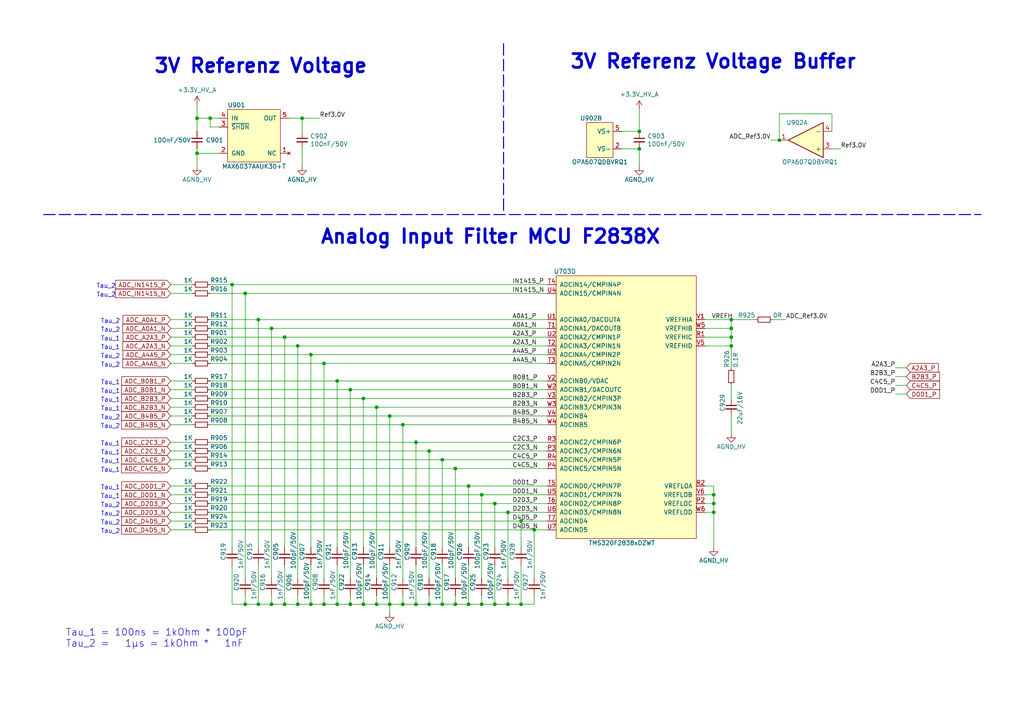
<source format=kicad_sch>
(kicad_sch (version 20211123) (generator eeschema)
  (paper "A4")
  (title_block (title "LCB-CCB-01: Control Board - Analog Filter") (date "2022-03-17") (rev "0.1") (company "PADERBORN UNIVERSITY DEPARTMENT OF POWER ELECTRONICS AND ELECTRICAL DRIVES"))
  (junction (at 147.32 175.26))
  (junction (at 82.55 97.79))
  (junction (at 212.09 100.33))
  (junction (at 128.27 175.26))
  (junction (at 105.41 175.26))
  (junction (at 135.89 140.97))
  (junction (at 147.32 148.59))
  (junction (at 57.15 34.29))
  (junction (at 101.6 175.26))
  (junction (at 78.74 175.26))
  (junction (at 113.03 120.65))
  (junction (at 97.79 175.26))
  (junction (at 105.41 115.57))
  (junction (at 207.01 146.05))
  (junction (at 90.17 175.26))
  (junction (at 71.12 175.26))
  (junction (at 207.01 143.51))
  (junction (at 120.65 175.26))
  (junction (at 116.84 175.26))
  (junction (at 101.6 113.03))
  (junction (at 97.79 110.49))
  (junction (at 90.17 102.87))
  (junction (at 139.7 175.26))
  (junction (at 212.09 97.79))
  (junction (at 82.55 175.26))
  (junction (at 71.12 85.09))
  (junction (at 132.08 175.26))
  (junction (at 226.06 40.64))
  (junction (at 185.42 43.18))
  (junction (at 87.63 34.29))
  (junction (at 124.46 175.26))
  (junction (at 93.98 105.41))
  (junction (at 124.46 130.81))
  (junction (at 86.36 100.33))
  (junction (at 212.09 95.25))
  (junction (at 135.89 175.26))
  (junction (at 128.27 133.35))
  (junction (at 109.22 175.26))
  (junction (at 113.03 175.26))
  (junction (at 143.51 175.26))
  (junction (at 93.98 175.26))
  (junction (at 74.93 92.71))
  (junction (at 143.51 146.05))
  (junction (at 74.93 175.26))
  (junction (at 60.96 34.29))
  (junction (at 132.08 135.89))
  (junction (at 151.13 175.26))
  (junction (at 78.74 95.25))
  (junction (at 67.31 82.55))
  (junction (at 151.13 151.13))
  (junction (at 57.15 44.45))
  (junction (at 185.42 38.1))
  (junction (at 207.01 148.59))
  (junction (at 109.22 118.11))
  (junction (at 212.09 92.71))
  (junction (at 116.84 123.19))
  (junction (at 86.36 175.26))
  (junction (at 154.94 153.67))
  (junction (at 139.7 143.51))
  (junction (at 120.65 128.27))
  (wire (pts (xy 87.63 34.29) (xy 87.63 38.1)))
  (wire (pts (xy 55.88 85.09) (xy 49.53 85.09)))
  (wire (pts (xy 132.08 172.72) (xy 132.08 175.26)))
  (wire (pts (xy 60.96 140.97) (xy 135.89 140.97)))
  (wire (pts (xy 55.88 102.87) (xy 49.53 102.87)))
  (wire (pts (xy 158.75 151.13) (xy 151.13 151.13)))
  (wire (pts (xy 55.88 105.41) (xy 49.53 105.41)))
  (wire (pts (xy 82.55 175.26) (xy 86.36 175.26)))
  (wire (pts (xy 60.96 82.55) (xy 67.31 82.55)))
  (wire (pts (xy 67.31 163.83) (xy 67.31 175.26)))
  (wire (pts (xy 71.12 167.64) (xy 71.12 85.09)))
  (polyline (pts (xy 12.7 62.23) (xy 284.48 62.23)) (stroke (width 0.3)))
  (wire (pts (xy 120.65 158.75) (xy 120.65 128.27)))
  (wire (pts (xy 212.09 95.25) (xy 212.09 92.71)))
  (wire (pts (xy 55.88 100.33) (xy 49.53 100.33)))
  (wire (pts (xy 57.15 34.29) (xy 57.15 38.1)))
  (wire (pts (xy 158.75 110.49) (xy 97.79 110.49)))
  (wire (pts (xy 105.41 158.75) (xy 105.41 115.57)))
  (wire (pts (xy 57.15 34.29) (xy 57.15 30.48)))
  (wire (pts (xy 109.22 172.72) (xy 109.22 175.26)))
  (wire (pts (xy 158.75 135.89) (xy 132.08 135.89)))
  (wire (pts (xy 139.7 175.26) (xy 143.51 175.26)))
  (wire (pts (xy 151.13 163.83) (xy 151.13 175.26)))
  (wire (pts (xy 147.32 167.64) (xy 147.32 148.59)))
  (wire (pts (xy 128.27 133.35) (xy 158.75 133.35)))
  (wire (pts (xy 101.6 167.64) (xy 101.6 113.03)))
  (wire (pts (xy 87.63 34.29) (xy 92.71 34.29)))
  (wire (pts (xy 55.88 110.49) (xy 49.53 110.49)))
  (wire (pts (xy 158.75 82.55) (xy 67.31 82.55)))
  (wire (pts (xy 204.47 97.79) (xy 212.09 97.79)))
  (wire (pts (xy 158.75 143.51) (xy 139.7 143.51)))
  (wire (pts (xy 158.75 153.67) (xy 154.94 153.67)))
  (wire (pts (xy 90.17 158.75) (xy 90.17 102.87)))
  (wire (pts (xy 158.75 128.27) (xy 120.65 128.27)))
  (wire (pts (xy 71.12 175.26) (xy 74.93 175.26)))
  (wire (pts (xy 180.34 38.1) (xy 185.42 38.1)))
  (wire (pts (xy 116.84 172.72) (xy 116.84 175.26)))
  (wire (pts (xy 60.96 128.27) (xy 120.65 128.27)))
  (wire (pts (xy 147.32 175.26) (xy 151.13 175.26)))
  (wire (pts (xy 158.75 123.19) (xy 116.84 123.19)))
  (wire (pts (xy 97.79 158.75) (xy 97.79 110.49)))
  (wire (pts (xy 158.75 102.87) (xy 90.17 102.87)))
  (wire (pts (xy 135.89 158.75) (xy 135.89 140.97)))
  (wire (pts (xy 116.84 167.64) (xy 116.84 123.19)))
  (wire (pts (xy 212.09 100.33) (xy 212.09 106.68)))
  (wire (pts (xy 158.75 146.05) (xy 143.51 146.05)))
  (wire (pts (xy 139.7 167.64) (xy 139.7 143.51)))
  (wire (pts (xy 185.42 31.75) (xy 185.42 38.1)))
  (wire (pts (xy 86.36 172.72) (xy 86.36 175.26)))
  (wire (pts (xy 212.09 100.33) (xy 212.09 97.79)))
  (wire (pts (xy 67.31 175.26) (xy 71.12 175.26)))
  (wire (pts (xy 60.96 34.29) (xy 57.15 34.29)))
  (wire (pts (xy 78.74 172.72) (xy 78.74 175.26)))
  (wire (pts (xy 207.01 143.51) (xy 207.01 146.05)))
  (wire (pts (xy 60.96 97.79) (xy 82.55 97.79)))
  (wire (pts (xy 60.96 100.33) (xy 86.36 100.33)))
  (wire (pts (xy 60.96 105.41) (xy 93.98 105.41)))
  (wire (pts (xy 78.74 175.26) (xy 82.55 175.26)))
  (wire (pts (xy 124.46 130.81) (xy 158.75 130.81)))
  (wire (pts (xy 86.36 175.26) (xy 90.17 175.26)))
  (wire (pts (xy 124.46 172.72) (xy 124.46 175.26)))
  (wire (pts (xy 204.47 100.33) (xy 212.09 100.33)))
  (wire (pts (xy 87.63 43.18) (xy 87.63 48.26)))
  (wire (pts (xy 158.75 115.57) (xy 105.41 115.57)))
  (wire (pts (xy 158.75 113.03) (xy 101.6 113.03)))
  (wire (pts (xy 60.96 92.71) (xy 74.93 92.71)))
  (wire (pts (xy 158.75 148.59) (xy 147.32 148.59)))
  (wire (pts (xy 55.88 146.05) (xy 49.53 146.05)))
  (wire (pts (xy 113.03 175.26) (xy 116.84 175.26)))
  (wire (pts (xy 147.32 172.72) (xy 147.32 175.26)))
  (wire (pts (xy 93.98 167.64) (xy 93.98 105.41)))
  (wire (pts (xy 259.715 111.76) (xy 262.89 111.76)))
  (wire (pts (xy 109.22 167.64) (xy 109.22 118.11)))
  (wire (pts (xy 204.47 140.97) (xy 207.01 140.97)))
  (wire (pts (xy 55.88 143.51) (xy 49.53 143.51)))
  (wire (pts (xy 158.75 120.65) (xy 113.03 120.65)))
  (wire (pts (xy 105.41 163.83) (xy 105.41 175.26)))
  (wire (pts (xy 135.89 163.83) (xy 135.89 175.26)))
  (wire (pts (xy 154.94 175.26) (xy 154.94 172.72)))
  (wire (pts (xy 212.09 92.71) (xy 204.47 92.71)))
  (wire (pts (xy 158.75 100.33) (xy 86.36 100.33)))
  (wire (pts (xy 60.96 153.67) (xy 154.94 153.67)))
  (wire (pts (xy 109.22 175.26) (xy 113.03 175.26)))
  (wire (pts (xy 60.96 113.03) (xy 101.6 113.03)))
  (wire (pts (xy 57.15 44.45) (xy 57.15 48.26)))
  (wire (pts (xy 259.715 106.68) (xy 262.89 106.68)))
  (wire (pts (xy 124.46 167.64) (xy 124.46 130.81)))
  (wire (pts (xy 128.27 175.26) (xy 132.08 175.26)))
  (wire (pts (xy 124.46 175.26) (xy 128.27 175.26)))
  (wire (pts (xy 60.96 95.25) (xy 78.74 95.25)))
  (wire (pts (xy 60.96 133.35) (xy 128.27 133.35)))
  (wire (pts (xy 60.96 146.05) (xy 143.51 146.05)))
  (wire (pts (xy 212.09 111.76) (xy 212.09 115.57)))
  (wire (pts (xy 60.96 102.87) (xy 90.17 102.87)))
  (wire (pts (xy 151.13 175.26) (xy 154.94 175.26)))
  (polyline (pts (xy 146.05 12.7) (xy 146.05 62.23)) (stroke (width 0.3)))
  (wire (pts (xy 113.03 175.26) (xy 113.03 177.8)))
  (wire (pts (xy 55.88 113.03) (xy 49.53 113.03)))
  (wire (pts (xy 143.51 158.75) (xy 143.51 146.05)))
  (wire (pts (xy 101.6 172.72) (xy 101.6 175.26)))
  (wire (pts (xy 55.88 130.81) (xy 49.53 130.81)))
  (wire (pts (xy 93.98 172.72) (xy 93.98 175.26)))
  (wire (pts (xy 83.82 34.29) (xy 87.63 34.29)))
  (wire (pts (xy 158.75 97.79) (xy 82.55 97.79)))
  (wire (pts (xy 120.65 175.26) (xy 124.46 175.26)))
  (wire (pts (xy 93.98 175.26) (xy 97.79 175.26)))
  (wire (pts (xy 97.79 163.83) (xy 97.79 175.26)))
  (wire (pts (xy 74.93 175.26) (xy 78.74 175.26)))
  (wire (pts (xy 154.94 167.64) (xy 154.94 153.67)))
  (wire (pts (xy 132.08 167.64) (xy 132.08 135.89)))
  (wire (pts (xy 60.96 120.65) (xy 113.03 120.65)))
  (wire (pts (xy 101.6 175.26) (xy 105.41 175.26)))
  (wire (pts (xy 204.47 146.05) (xy 207.01 146.05)))
  (wire (pts (xy 82.55 163.83) (xy 82.55 175.26)))
  (wire (pts (xy 57.15 43.18) (xy 57.15 44.45)))
  (wire (pts (xy 241.3 43.18) (xy 243.84 43.18)))
  (wire (pts (xy 207.01 146.05) (xy 207.01 148.59)))
  (wire (pts (xy 139.7 172.72) (xy 139.7 175.26)))
  (wire (pts (xy 90.17 175.26) (xy 93.98 175.26)))
  (wire (pts (xy 55.88 153.67) (xy 49.53 153.67)))
  (wire (pts (xy 158.75 92.71) (xy 74.93 92.71)))
  (wire (pts (xy 158.75 105.41) (xy 93.98 105.41)))
  (wire (pts (xy 212.09 120.65) (xy 212.09 125.73)))
  (wire (pts (xy 226.06 33.02) (xy 241.3 33.02)))
  (wire (pts (xy 82.55 158.75) (xy 82.55 97.79)))
  (wire (pts (xy 55.88 151.13) (xy 49.53 151.13)))
  (wire (pts (xy 60.96 110.49) (xy 97.79 110.49)))
  (wire (pts (xy 60.96 115.57) (xy 105.41 115.57)))
  (wire (pts (xy 143.51 175.26) (xy 147.32 175.26)))
  (wire (pts (xy 185.42 43.18) (xy 185.42 48.26)))
  (wire (pts (xy 55.88 120.65) (xy 49.53 120.65)))
  (wire (pts (xy 223.52 40.64) (xy 226.06 40.64)))
  (wire (pts (xy 60.96 143.51) (xy 139.7 143.51)))
  (wire (pts (xy 67.31 158.75) (xy 67.31 82.55)))
  (wire (pts (xy 60.96 118.11) (xy 109.22 118.11)))
  (wire (pts (xy 226.06 40.64) (xy 226.06 33.02)))
  (wire (pts (xy 158.75 118.11) (xy 109.22 118.11)))
  (wire (pts (xy 55.88 97.79) (xy 49.53 97.79)))
  (wire (pts (xy 63.5 36.83) (xy 60.96 36.83)))
  (wire (pts (xy 151.13 158.75) (xy 151.13 151.13)))
  (wire (pts (xy 55.88 133.35) (xy 49.53 133.35)))
  (wire (pts (xy 60.96 151.13) (xy 151.13 151.13)))
  (wire (pts (xy 259.715 109.22) (xy 262.89 109.22)))
  (wire (pts (xy 78.74 167.64) (xy 78.74 95.25)))
  (wire (pts (xy 212.09 92.71) (xy 219.075 92.71)))
  (wire (pts (xy 60.96 85.09) (xy 71.12 85.09)))
  (wire (pts (xy 55.88 92.71) (xy 49.53 92.71)))
  (wire (pts (xy 55.88 148.59) (xy 49.53 148.59)))
  (wire (pts (xy 259.715 114.3) (xy 262.89 114.3)))
  (wire (pts (xy 74.93 163.83) (xy 74.93 175.26)))
  (wire (pts (xy 207.01 140.97) (xy 207.01 143.51)))
  (wire (pts (xy 55.88 118.11) (xy 49.53 118.11)))
  (wire (pts (xy 90.17 163.83) (xy 90.17 175.26)))
  (wire (pts (xy 204.47 95.25) (xy 212.09 95.25)))
  (wire (pts (xy 55.88 82.55) (xy 49.53 82.55)))
  (wire (pts (xy 55.88 123.19) (xy 49.53 123.19)))
  (wire (pts (xy 63.5 34.29) (xy 60.96 34.29)))
  (wire (pts (xy 55.88 95.25) (xy 49.53 95.25)))
  (wire (pts (xy 97.79 175.26) (xy 101.6 175.26)))
  (wire (pts (xy 207.01 148.59) (xy 207.01 158.75)))
  (wire (pts (xy 120.65 163.83) (xy 120.65 175.26)))
  (wire (pts (xy 57.15 44.45) (xy 63.5 44.45)))
  (wire (pts (xy 74.93 158.75) (xy 74.93 92.71)))
  (wire (pts (xy 60.96 36.83) (xy 60.96 34.29)))
  (wire (pts (xy 158.75 85.09) (xy 71.12 85.09)))
  (wire (pts (xy 116.84 175.26) (xy 120.65 175.26)))
  (wire (pts (xy 113.03 158.75) (xy 113.03 120.65)))
  (wire (pts (xy 60.96 135.89) (xy 132.08 135.89)))
  (wire (pts (xy 128.27 163.83) (xy 128.27 175.26)))
  (wire (pts (xy 143.51 163.83) (xy 143.51 175.26)))
  (wire (pts (xy 113.03 163.83) (xy 113.03 175.26)))
  (wire (pts (xy 224.155 92.71) (xy 227.965 92.71)))
  (wire (pts (xy 71.12 172.72) (xy 71.12 175.26)))
  (wire (pts (xy 212.09 97.79) (xy 212.09 95.25)))
  (wire (pts (xy 158.75 95.25) (xy 78.74 95.25)))
  (wire (pts (xy 60.96 123.19) (xy 116.84 123.19)))
  (wire (pts (xy 204.47 143.51) (xy 207.01 143.51)))
  (wire (pts (xy 132.08 175.26) (xy 135.89 175.26)))
  (wire (pts (xy 60.96 130.81) (xy 124.46 130.81)))
  (wire (pts (xy 55.88 115.57) (xy 49.53 115.57)))
  (wire (pts (xy 135.89 175.26) (xy 139.7 175.26)))
  (wire (pts (xy 86.36 167.64) (xy 86.36 100.33)))
  (wire (pts (xy 204.47 148.59) (xy 207.01 148.59)))
  (wire (pts (xy 60.96 148.59) (xy 147.32 148.59)))
  (wire (pts (xy 55.88 135.89) (xy 49.53 135.89)))
  (wire (pts (xy 241.3 33.02) (xy 241.3 38.1)))
  (wire (pts (xy 55.88 128.27) (xy 49.53 128.27)))
  (wire (pts (xy 55.88 140.97) (xy 49.53 140.97)))
  (wire (pts (xy 180.34 43.18) (xy 185.42 43.18)))
  (wire (pts (xy 128.27 158.75) (xy 128.27 133.35)))
  (wire (pts (xy 105.41 175.26) (xy 109.22 175.26)))
  (wire (pts (xy 158.75 140.97) (xy 135.89 140.97)))
  (text "Tau_1" (at 29.21 137.16 0) (effects (font (size 1.27 1.27)) (justify left bottom)))
  (text "Tau_1" (at 29.21 119.38 0) (effects (font (size 1.27 1.27)) (justify left bottom)))
  (text "Tau_1" (at 29.21 116.84 0) (effects (font (size 1.27 1.27)) (justify left bottom)))
  (text "Tau_2" (at 29.21 147.32 0) (effects (font (size 1.27 1.27)) (justify left bottom)))
  (text "Tau_1" (at 29.21 111.76 0) (effects (font (size 1.27 1.27)) (justify left bottom)))
  (text "Tau_2" (at 29.21 93.98 0) (effects (font (size 1.27 1.27)) (justify left bottom)))
  (text "Tau_1 = 100ns = 1kOhm * 100pF\nTau_2 =   1µs = 1kOhm *   1nF" (at 19.05 187.96 0) (effects (font (size 2 2)) (justify left bottom)))
  (text "Tau_2" (at 29.21 149.86 0) (effects (font (size 1.27 1.27)) (justify left bottom)))
  (text "Tau_1" (at 29.21 114.3 0) (effects (font (size 1.27 1.27)) (justify left bottom)))
  (text "Tau_1" (at 29.21 142.24 0) (effects (font (size 1.27 1.27)) (justify left bottom)))
  (text "Tau_2" (at 27.94 86.36 0) (effects (font (size 1.27 1.27)) (justify left bottom)))
  (text "Tau_2" (at 29.21 154.94 0) (effects (font (size 1.27 1.27)) (justify left bottom)))
  (text "Tau_2" (at 29.21 96.52 0) (effects (font (size 1.27 1.27)) (justify left bottom)))
  (text "Analog Input Filter MCU F2838X" (at 92.71 71.12 0) (effects (font (size 4 4) bold) (justify left bottom)))
  (text "Tau_1" (at 29.21 101.6 0) (effects (font (size 1.27 1.27)) (justify left bottom)))
  (text "Tau_2" (at 27.94 83.82 0) (effects (font (size 1.27 1.27)) (justify left bottom)))
  (text "Tau_2" (at 29.21 106.68 0) (effects (font (size 1.27 1.27)) (justify left bottom)))
  (text "3V Referenz Voltage" (at 44.45 21.59 0) (effects (font (size 4 4) (thickness 0.8) bold) (justify left bottom)))
  (text "Tau_2" (at 29.21 152.4 0) (effects (font (size 1.27 1.27)) (justify left bottom)))
  (text "Tau_2" (at 29.21 104.14 0) (effects (font (size 1.27 1.27)) (justify left bottom)))
  (text "Tau_2" (at 29.21 124.46 0) (effects (font (size 1.27 1.27)) (justify left bottom)))
  (text "Tau_2" (at 29.21 121.92 0) (effects (font (size 1.27 1.27)) (justify left bottom)))
  (text "3V Referenz Voltage Buffer" (at 165.1 20.32 0) (effects (font (size 4 4) bold) (justify left bottom)))
  (text "Tau_1" (at 29.21 144.78 0) (effects (font (size 1.27 1.27)) (justify left bottom)))
  (text "Tau_1" (at 29.21 132.08 0) (effects (font (size 1.27 1.27)) (justify left bottom)))
  (text "Tau_1" (at 29.21 99.06 0) (effects (font (size 1.27 1.27)) (justify left bottom)))
  (text "Tau_1" (at 29.21 134.62 0) (effects (font (size 1.27 1.27)) (justify left bottom)))
  (text "Tau_1" (at 29.21 129.54 0) (effects (font (size 1.27 1.27)) (justify left bottom)))
  (label "A4A5_N" (at 148.59 105.41 0))
  (label "B4B5_N" (at 148.59 123.19 0))
  (label "ADC_Ref3.0V" (at 223.52 40.64 180))
  (label "IN1415_P" (at 148.59 82.55 0))
  (label "C2C3_P" (at 148.59 128.27 0))
  (label "C4C5_P" (at 148.59 133.35 0))
  (label "A0A1_N" (at 148.59 95.25 0))
  (label "B2B3_P" (at 259.715 109.22 180))
  (label "B4B5_P" (at 148.59 120.65 0))
  (label "A0A1_P" (at 148.59 92.71 0))
  (label "A2A3_P" (at 148.59 97.79 0))
  (label "VREFH" (at 206.375 92.71 0))
  (label "A2A3_P" (at 259.715 106.68 180))
  (label "D0D1_N" (at 148.59 143.51 0))
  (label "D2D3_P" (at 148.59 146.05 0))
  (label "B2B3_P" (at 148.59 115.57 0))
  (label "B2B3_N" (at 148.59 118.11 0))
  (label "A2A3_N" (at 148.59 100.33 0))
  (label "C4C5_N" (at 148.59 135.89 0))
  (label "D2D3_N" (at 148.59 148.59 0))
  (label "ADC_Ref3.0V" (at 227.965 92.71 0))
  (label "D0D1_P" (at 148.59 140.97 0))
  (label "Ref3.0V" (at 92.71 34.29 0))
  (label "A4A5_P" (at 148.59 102.87 0))
  (label "D4D5_P" (at 148.59 151.13 0))
  (label "B0B1_N" (at 148.59 113.03 0))
  (label "B0B1_P" (at 148.59 110.49 0))
  (label "C4C5_P" (at 259.715 111.76 180))
  (label "C2C3_N" (at 148.59 130.81 0))
  (label "IN1415_N" (at 148.59 85.09 0))
  (label "D4D5_N" (at 148.59 153.67 0))
  (label "Ref3.0V" (at 243.84 43.18 0))
  (label "D0D1_P" (at 259.715 114.3 180))
  (global_label "ADC_C4C5_N" (shape input) (at 49.53 135.89 180) (property "Intersheet References" "${INTERSHEET_REFS}" (effects hide)))
  (global_label "ADC_D0D1_P" (shape input) (at 49.53 140.97 180) (property "Intersheet References" "${INTERSHEET_REFS}" (effects hide)))
  (global_label "C4C5_P" (shape input) (at 262.89 111.76 0) (property "Intersheet References" "${INTERSHEET_REFS}" (effects hide)))
  (global_label "ADC_A4A5_N" (shape input) (at 49.53 105.41 180) (property "Intersheet References" "${INTERSHEET_REFS}" (effects hide)))
  (global_label "ADC_B0B1_P" (shape input) (at 49.53 110.49 180) (property "Intersheet References" "${INTERSHEET_REFS}" (effects hide)))
  (global_label "ADC_IN1415_P" (shape input) (at 49.53 82.55 180) (property "Intersheet References" "${INTERSHEET_REFS}" (effects hide)))
  (global_label "ADC_B2B3_N" (shape input) (at 49.53 118.11 180) (property "Intersheet References" "${INTERSHEET_REFS}" (effects hide)))
  (global_label "ADC_D2D3_N" (shape input) (at 49.53 148.59 180) (property "Intersheet References" "${INTERSHEET_REFS}" (effects hide)))
  (global_label "ADC_D2D3_P" (shape input) (at 49.53 146.05 180) (property "Intersheet References" "${INTERSHEET_REFS}" (effects hide)))
  (global_label "ADC_C4C5_P" (shape input) (at 49.53 133.35 180) (property "Intersheet References" "${INTERSHEET_REFS}" (effects hide)))
  (global_label "ADC_A4A5_P" (shape input) (at 49.53 102.87 180) (property "Intersheet References" "${INTERSHEET_REFS}" (effects hide)))
  (global_label "ADC_D4D5_P" (shape input) (at 49.53 151.13 180) (property "Intersheet References" "${INTERSHEET_REFS}" (effects hide)))
  (global_label "D0D1_P" (shape input) (at 262.89 114.3 0) (property "Intersheet References" "${INTERSHEET_REFS}" (effects hide)))
  (global_label "ADC_A2A3_N" (shape input) (at 49.53 100.33 180) (property "Intersheet References" "${INTERSHEET_REFS}" (effects hide)))
  (global_label "ADC_A2A3_P" (shape input) (at 49.53 97.79 180) (property "Intersheet References" "${INTERSHEET_REFS}" (effects hide)))
  (global_label "ADC_B0B1_N" (shape input) (at 49.53 113.03 180) (property "Intersheet References" "${INTERSHEET_REFS}" (effects hide)))
  (global_label "ADC_B4B5_P" (shape input) (at 49.53 120.65 180) (property "Intersheet References" "${INTERSHEET_REFS}" (effects hide)))
  (global_label "ADC_D4D5_N" (shape input) (at 49.53 153.67 180) (property "Intersheet References" "${INTERSHEET_REFS}" (effects hide)))
  (global_label "ADC_B4B5_N" (shape input) (at 49.53 123.19 180) (property "Intersheet References" "${INTERSHEET_REFS}" (effects hide)))
  (global_label "ADC_A0A1_P" (shape input) (at 49.53 92.71 180) (property "Intersheet References" "${INTERSHEET_REFS}" (effects hide)))
  (global_label "B2B3_P" (shape input) (at 262.89 109.22 0) (property "Intersheet References" "${INTERSHEET_REFS}" (effects hide)))
  (global_label "ADC_IN1415_N" (shape input) (at 49.53 85.09 180) (property "Intersheet References" "${INTERSHEET_REFS}" (effects hide)))
  (global_label "ADC_C2C3_P" (shape input) (at 49.53 128.27 180) (property "Intersheet References" "${INTERSHEET_REFS}" (effects hide)))
  (global_label "ADC_C2C3_N" (shape input) (at 49.53 130.81 180) (property "Intersheet References" "${INTERSHEET_REFS}" (effects hide)))
  (global_label "A2A3_P" (shape input) (at 262.89 106.68 0) (property "Intersheet References" "${INTERSHEET_REFS}" (effects hide)))
  (global_label "ADC_A0A1_N" (shape input) (at 49.53 95.25 180) (property "Intersheet References" "${INTERSHEET_REFS}" (effects hide)))
  (global_label "ADC_B2B3_P" (shape input) (at 49.53 115.57 180) (property "Intersheet References" "${INTERSHEET_REFS}" (effects hide)))
  (global_label "ADC_D0D1_N" (shape input) (at 49.53 143.51 180) (property "Intersheet References" "${INTERSHEET_REFS}" (effects hide)))
  (symbol (lib_id "LEA_SymbolLibrary:R_0402__1k0_THICK__1P__50V") (at 58.42 82.55 270) (unit 1)
    (property "Reference" "R915" (at 63.5 81.28 90))
    (property "Value" "1K" (at 54.61 81.28 90))
    (property "Footprint" "LEA_FootprintLibrary:R_0402" (effects hide))
    (property "Manufacturer" "Vishay" (effects hide))
    (property "manf#" "CRCW04021K00FKEDC" (effects hide))
    (property "mouser#" "71-CRCW04021K00FKEDC" (effects hide))
  )
  (symbol (lib_id "LEA_SymbolLibrary:R_0402__1k0_THICK__1P__50V") (at 58.42 85.09 270) (unit 1)
    (property "Reference" "R916" (at 63.5 83.82 90))
    (property "Value" "1K" (at 54.61 83.82 90))
    (property "Footprint" "LEA_FootprintLibrary:R_0402" (effects hide))
    (property "Manufacturer" "Vishay" (effects hide))
    (property "manf#" "CRCW04021K00FKEDC" (effects hide))
    (property "mouser#" "71-CRCW04021K00FKEDC" (effects hide))
  )
  (symbol (lib_id "LEA_SymbolLibrary:R_0402__1k0_THICK__1P__50V") (at 58.42 92.71 270) (unit 1)
    (property "Reference" "R911" (at 63.5 91.44 90))
    (property "Value" "1K" (at 54.61 91.44 90))
    (property "Footprint" "LEA_FootprintLibrary:R_0402" (effects hide))
    (property "Manufacturer" "Vishay" (effects hide))
    (property "manf#" "CRCW04021K00FKEDC" (effects hide))
    (property "mouser#" "71-CRCW04021K00FKEDC" (effects hide))
  )
  (symbol (lib_id "LEA_SymbolLibrary:R_0402__1k0_THICK__1P__50V") (at 58.42 95.25 270) (unit 1)
    (property "Reference" "R912" (at 63.5 93.98 90))
    (property "Value" "1K" (at 54.61 93.98 90))
    (property "Footprint" "LEA_FootprintLibrary:R_0402" (effects hide))
    (property "Manufacturer" "Vishay" (effects hide))
    (property "manf#" "CRCW04021K00FKEDC" (effects hide))
    (property "mouser#" "71-CRCW04021K00FKEDC" (effects hide))
  )
  (symbol (lib_id "LEA_SymbolLibrary:R_0402__1k0_THICK__1P__50V") (at 58.42 97.79 270) (unit 1)
    (property "Reference" "R901" (at 63.5 96.52 90))
    (property "Value" "1K" (at 54.61 96.52 90))
    (property "Footprint" "LEA_FootprintLibrary:R_0402" (effects hide))
    (property "Manufacturer" "Vishay" (effects hide))
    (property "manf#" "CRCW04021K00FKEDC" (effects hide))
    (property "mouser#" "71-CRCW04021K00FKEDC" (effects hide))
  )
  (symbol (lib_id "LEA_SymbolLibrary:R_0402__1k0_THICK__1P__50V") (at 58.42 100.33 270) (unit 1)
    (property "Reference" "R902" (at 63.5 99.06 90))
    (property "Value" "1K" (at 54.61 99.06 90))
    (property "Footprint" "LEA_FootprintLibrary:R_0402" (effects hide))
    (property "Manufacturer" "Vishay" (effects hide))
    (property "manf#" "CRCW04021K00FKEDC" (effects hide))
    (property "mouser#" "71-CRCW04021K00FKEDC" (effects hide))
  )
  (symbol (lib_id "LEA_SymbolLibrary:R_0402__1k0_THICK__1P__50V") (at 58.42 102.87 270) (unit 1)
    (property "Reference" "R903" (at 63.5 101.6 90))
    (property "Value" "1K" (at 54.61 101.6 90))
    (property "Footprint" "LEA_FootprintLibrary:R_0402" (effects hide))
    (property "Manufacturer" "Vishay" (effects hide))
    (property "manf#" "CRCW04021K00FKEDC" (effects hide))
    (property "mouser#" "71-CRCW04021K00FKEDC" (effects hide))
  )
  (symbol (lib_id "LEA_SymbolLibrary:R_0402__1k0_THICK__1P__50V") (at 58.42 105.41 270) (unit 1)
    (property "Reference" "R904" (at 63.5 104.14 90))
    (property "Value" "1K" (at 54.61 104.14 90))
    (property "Footprint" "LEA_FootprintLibrary:R_0402" (effects hide))
    (property "Manufacturer" "Vishay" (effects hide))
    (property "manf#" "CRCW04021K00FKEDC" (effects hide))
    (property "mouser#" "71-CRCW04021K00FKEDC" (effects hide))
  )
  (symbol (lib_id "LEA_SymbolLibrary:R_0402__1k0_THICK__1P__50V") (at 58.42 110.49 270) (unit 1)
    (property "Reference" "R917" (at 63.5 109.22 90))
    (property "Value" "1K" (at 54.61 109.22 90))
    (property "Footprint" "LEA_FootprintLibrary:R_0402" (effects hide))
    (property "Manufacturer" "Vishay" (effects hide))
    (property "manf#" "CRCW04021K00FKEDC" (effects hide))
    (property "mouser#" "71-CRCW04021K00FKEDC" (effects hide))
  )
  (symbol (lib_id "LEA_SymbolLibrary:R_0402__1k0_THICK__1P__50V") (at 58.42 113.03 270) (unit 1)
    (property "Reference" "R918" (at 63.5 111.76 90))
    (property "Value" "1K" (at 54.61 111.76 90))
    (property "Footprint" "LEA_FootprintLibrary:R_0402" (effects hide))
    (property "Manufacturer" "Vishay" (effects hide))
    (property "manf#" "CRCW04021K00FKEDC" (effects hide))
    (property "mouser#" "71-CRCW04021K00FKEDC" (effects hide))
  )
  (symbol (lib_id "LEA_SymbolLibrary:R_0402__1k0_THICK__1P__50V") (at 58.42 115.57 270) (unit 1)
    (property "Reference" "R909" (at 63.5 114.3 90))
    (property "Value" "1K" (at 54.61 114.3 90))
    (property "Footprint" "LEA_FootprintLibrary:R_0402" (effects hide))
    (property "Manufacturer" "Vishay" (effects hide))
    (property "manf#" "CRCW04021K00FKEDC" (effects hide))
    (property "mouser#" "71-CRCW04021K00FKEDC" (effects hide))
  )
  (symbol (lib_id "LEA_SymbolLibrary:R_0402__1k0_THICK__1P__50V") (at 58.42 118.11 270) (unit 1)
    (property "Reference" "R910" (at 63.5 116.84 90))
    (property "Value" "1K" (at 54.61 116.84 90))
    (property "Footprint" "LEA_FootprintLibrary:R_0402" (effects hide))
    (property "Manufacturer" "Vishay" (effects hide))
    (property "manf#" "CRCW04021K00FKEDC" (effects hide))
    (property "mouser#" "71-CRCW04021K00FKEDC" (effects hide))
  )
  (symbol (lib_id "LEA_SymbolLibrary:R_0402__1k0_THICK__1P__50V") (at 58.42 120.65 270) (unit 1)
    (property "Reference" "R907" (at 63.5 119.38 90))
    (property "Value" "1K" (at 54.61 119.38 90))
    (property "Footprint" "LEA_FootprintLibrary:R_0402" (effects hide))
    (property "Manufacturer" "Vishay" (effects hide))
    (property "manf#" "CRCW04021K00FKEDC" (effects hide))
    (property "mouser#" "71-CRCW04021K00FKEDC" (effects hide))
  )
  (symbol (lib_id "LEA_SymbolLibrary:R_0402__1k0_THICK__1P__50V") (at 58.42 123.19 270) (unit 1)
    (property "Reference" "R908" (at 63.5 121.92 90))
    (property "Value" "1K" (at 54.61 121.92 90))
    (property "Footprint" "LEA_FootprintLibrary:R_0402" (effects hide))
    (property "Manufacturer" "Vishay" (effects hide))
    (property "manf#" "CRCW04021K00FKEDC" (effects hide))
    (property "mouser#" "71-CRCW04021K00FKEDC" (effects hide))
  )
  (symbol (lib_id "LEA_SymbolLibrary:R_0402__1k0_THICK__1P__50V") (at 58.42 128.27 270) (unit 1)
    (property "Reference" "R905" (at 63.5 127 90))
    (property "Value" "1K" (at 54.61 127 90))
    (property "Footprint" "LEA_FootprintLibrary:R_0402" (effects hide))
    (property "Manufacturer" "Vishay" (effects hide))
    (property "manf#" "CRCW04021K00FKEDC" (effects hide))
    (property "mouser#" "71-CRCW04021K00FKEDC" (effects hide))
  )
  (symbol (lib_id "LEA_SymbolLibrary:R_0402__1k0_THICK__1P__50V") (at 58.42 130.81 270) (unit 1)
    (property "Reference" "R906" (at 63.5 129.54 90))
    (property "Value" "1K" (at 54.61 129.54 90))
    (property "Footprint" "LEA_FootprintLibrary:R_0402" (effects hide))
    (property "Manufacturer" "Vishay" (effects hide))
    (property "manf#" "CRCW04021K00FKEDC" (effects hide))
    (property "mouser#" "71-CRCW04021K00FKEDC" (effects hide))
  )
  (symbol (lib_id "LEA_SymbolLibrary:R_0402__1k0_THICK__1P__50V") (at 58.42 133.35 270) (unit 1)
    (property "Reference" "R914" (at 63.5 132.08 90))
    (property "Value" "1K" (at 54.61 132.08 90))
    (property "Footprint" "LEA_FootprintLibrary:R_0402" (effects hide))
    (property "Manufacturer" "Vishay" (effects hide))
    (property "manf#" "CRCW04021K00FKEDC" (effects hide))
    (property "mouser#" "71-CRCW04021K00FKEDC" (effects hide))
  )
  (symbol (lib_id "LEA_SymbolLibrary:R_0402__1k0_THICK__1P__50V") (at 58.42 135.89 270) (unit 1)
    (property "Reference" "R913" (at 63.5 134.62 90))
    (property "Value" "1K" (at 54.61 134.62 90))
    (property "Footprint" "LEA_FootprintLibrary:R_0402" (effects hide))
    (property "Manufacturer" "Vishay" (effects hide))
    (property "manf#" "CRCW04021K00FKEDC" (effects hide))
    (property "mouser#" "71-CRCW04021K00FKEDC" (effects hide))
  )
  (symbol (lib_id "LEA_SymbolLibrary:R_0402__1k0_THICK__1P__50V") (at 58.42 140.97 270) (unit 1)
    (property "Reference" "R922" (at 63.5 139.7 90))
    (property "Value" "1K" (at 54.61 139.7 90))
    (property "Footprint" "LEA_FootprintLibrary:R_0402" (effects hide))
    (property "Manufacturer" "Vishay" (effects hide))
    (property "manf#" "CRCW04021K00FKEDC" (effects hide))
    (property "mouser#" "71-CRCW04021K00FKEDC" (effects hide))
  )
  (symbol (lib_id "LEA_SymbolLibrary:R_0402__1k0_THICK__1P__50V") (at 58.42 143.51 270) (unit 1)
    (property "Reference" "R921" (at 63.5 142.24 90))
    (property "Value" "1K" (at 54.61 142.24 90))
    (property "Footprint" "LEA_FootprintLibrary:R_0402" (effects hide))
    (property "Manufacturer" "Vishay" (effects hide))
    (property "manf#" "CRCW04021K00FKEDC" (effects hide))
    (property "mouser#" "71-CRCW04021K00FKEDC" (effects hide))
  )
  (symbol (lib_id "LEA_SymbolLibrary:R_0402__1k0_THICK__1P__50V") (at 58.42 146.05 270) (unit 1)
    (property "Reference" "R919" (at 63.5 144.78 90))
    (property "Value" "1K" (at 54.61 144.78 90))
    (property "Footprint" "LEA_FootprintLibrary:R_0402" (effects hide))
    (property "Manufacturer" "Vishay" (effects hide))
    (property "manf#" "CRCW04021K00FKEDC" (effects hide))
    (property "mouser#" "71-CRCW04021K00FKEDC" (effects hide))
  )
  (symbol (lib_id "LEA_SymbolLibrary:R_0402__1k0_THICK__1P__50V") (at 58.42 148.59 270) (unit 1)
    (property "Reference" "R920" (at 63.5 147.32 90))
    (property "Value" "1K" (at 54.61 147.32 90))
    (property "Footprint" "LEA_FootprintLibrary:R_0402" (effects hide))
    (property "Manufacturer" "Vishay" (effects hide))
    (property "manf#" "CRCW04021K00FKEDC" (effects hide))
    (property "mouser#" "71-CRCW04021K00FKEDC" (effects hide))
  )
  (symbol (lib_id "LEA_SymbolLibrary:R_0402__1k0_THICK__1P__50V") (at 58.42 151.13 270) (unit 1)
    (property "Reference" "R924" (at 63.5 149.86 90))
    (property "Value" "1K" (at 54.61 149.86 90))
    (property "Footprint" "LEA_FootprintLibrary:R_0402" (effects hide))
    (property "Manufacturer" "Vishay" (effects hide))
    (property "manf#" "CRCW04021K00FKEDC" (effects hide))
    (property "mouser#" "71-CRCW04021K00FKEDC" (effects hide))
  )
  (symbol (lib_id "LEA_SymbolLibrary:R_0402__1k0_THICK__1P__50V") (at 58.42 153.67 270) (unit 1)
    (property "Reference" "R923" (at 63.5 152.4 90))
    (property "Value" "1K" (at 54.61 152.4 90))
    (property "Footprint" "LEA_FootprintLibrary:R_0402" (effects hide))
    (property "Manufacturer" "Vishay" (effects hide))
    (property "manf#" "CRCW04021K00FKEDC" (effects hide))
    (property "mouser#" "71-CRCW04021K00FKEDC" (effects hide))
  )
  (symbol (lib_id "LEA_SymbolLibrary:C_0402_100n_X7R_10P__50V") (at 185.42 40.64 0) (unit 1)
    (property "Reference" "C903" (at 187.7568 39.4716 0) (effects (justify left)))
    (property "Value" "100nF/50V" (at 187.7568 41.783 0) (effects (justify left)))
    (property "Footprint" "LEA_FootprintLibrary:C_0402" (effects hide))
    (property "Manufacturer" "TDK" (effects hide))
    (property "manf#" "C1005X7R1H104K" (effects hide))
    (property "mouser#" "810-C1005X7R1H104K" (effects hide))
  )
  (symbol (lib_id "LEA_SymbolLibrary:+3.3V_HV_A") (at 185.42 31.75 0) (unit 1)
    (property "Reference" "#PWR0902" (effects hide))
    (property "Value" "+3.3V_HV_A" (at 185.42 27.3558 0))
  )
  (symbol (lib_id "LEA_SymbolLibrary:C_0402_100n_X7R_10P__50V") (at 87.63 40.64 0) (unit 1)
    (property "Reference" "C902" (at 89.9668 39.4716 0) (effects (justify left)))
    (property "Value" "100nF/50V" (at 89.9668 41.783 0) (effects (justify left)))
    (property "Footprint" "LEA_FootprintLibrary:C_0402" (effects hide))
    (property "Manufacturer" "TDK" (effects hide))
    (property "manf#" "C1005X7R1H104K" (effects hide))
    (property "mouser#" "810-C1005X7R1H104K" (effects hide))
  )
  (symbol (lib_id "LEA_SymbolLibrary:C_0402__1n0_X75_10P__50V") (at 71.12 170.18 0) (unit 1)
    (property "Reference" "C920" (at 68.58 171.45 90) (effects (justify left)))
    (property "Value" "1nF/50V" (at 73.66 173.99 90) (effects (justify left)))
    (property "Footprint" "LEA_FootprintLibrary:C_0402" (effects hide))
    (property "Manufacturer" "TDK" (effects hide))
    (property "manf#" "C1005X7R1H102K" (effects hide))
    (property "mouser#" "810-C1005X7R1H102K" (effects hide))
  )
  (symbol (lib_id "LEA_SymbolLibrary:C_0402__1n0_X75_10P__50V") (at 74.93 161.29 0) (unit 1)
    (property "Reference" "C915" (at 72.39 162.56 90) (effects (justify left)))
    (property "Value" "1nF/50V" (at 77.47 165.1 90) (effects (justify left)))
    (property "Footprint" "LEA_FootprintLibrary:C_0402" (effects hide))
    (property "Manufacturer" "TDK" (effects hide))
    (property "manf#" "C1005X7R1H102K" (effects hide))
    (property "mouser#" "810-C1005X7R1H102K" (effects hide))
  )
  (symbol (lib_id "LEA_SymbolLibrary:C_0402__1n0_X75_10P__50V") (at 78.74 170.18 0) (unit 1)
    (property "Reference" "C916" (at 76.2 171.45 90) (effects (justify left)))
    (property "Value" "1nF/50V" (at 81.28 173.99 90) (effects (justify left)))
    (property "Footprint" "LEA_FootprintLibrary:C_0402" (effects hide))
    (property "Manufacturer" "TDK" (effects hide))
    (property "manf#" "C1005X7R1H102K" (effects hide))
    (property "mouser#" "810-C1005X7R1H102K" (effects hide))
  )
  (symbol (lib_id "LEA_SymbolLibrary:C_0402_100p_C0G_10P__50V") (at 82.55 161.29 0) (unit 1)
    (property "Reference" "C905" (at 80.01 162.56 90) (effects (justify left)))
    (property "Value" "100pF/50V" (at 85.09 165.1 90) (effects (justify left)))
    (property "Footprint" "LEA_FootprintLibrary:C_0402" (effects hide))
    (property "Manufacturer" "Kemet" (effects hide))
    (property "manf#" "C0402C101K5GAL" (effects hide))
    (property "mouser#" "80-C0402C101K5GAL" (effects hide))
  )
  (symbol (lib_id "LEA_SymbolLibrary:C_0402_100p_C0G_10P__50V") (at 86.36 170.18 0) (unit 1)
    (property "Reference" "C906" (at 83.82 171.45 90) (effects (justify left)))
    (property "Value" "100pF/50V" (at 88.9 173.99 90) (effects (justify left)))
    (property "Footprint" "LEA_FootprintLibrary:C_0402" (effects hide))
    (property "Manufacturer" "Kemet" (effects hide))
    (property "manf#" "C0402C101K5GAL" (effects hide))
    (property "mouser#" "80-C0402C101K5GAL" (effects hide))
  )
  (symbol (lib_id "LEA_SymbolLibrary:C_0402__1n0_X75_10P__50V") (at 90.17 161.29 0) (unit 1)
    (property "Reference" "C907" (at 87.63 162.56 90) (effects (justify left)))
    (property "Value" "1nF/50V" (at 92.71 165.1 90) (effects (justify left)))
    (property "Footprint" "LEA_FootprintLibrary:C_0402" (effects hide))
    (property "Manufacturer" "TDK" (effects hide))
    (property "manf#" "C1005X7R1H102K" (effects hide))
    (property "mouser#" "810-C1005X7R1H102K" (effects hide))
  )
  (symbol (lib_id "LEA_SymbolLibrary:C_0402__1n0_X75_10P__50V") (at 93.98 170.18 0) (unit 1)
    (property "Reference" "C908" (at 91.44 171.45 90) (effects (justify left)))
    (property "Value" "1nF/50V" (at 96.52 173.99 90) (effects (justify left)))
    (property "Footprint" "LEA_FootprintLibrary:C_0402" (effects hide))
    (property "Manufacturer" "TDK" (effects hide))
    (property "manf#" "C1005X7R1H102K" (effects hide))
    (property "mouser#" "810-C1005X7R1H102K" (effects hide))
  )
  (symbol (lib_id "LEA_SymbolLibrary:C_0402_100p_C0G_10P__50V") (at 97.79 161.29 0) (unit 1)
    (property "Reference" "C921" (at 95.25 162.56 90) (effects (justify left)))
    (property "Value" "100pF/50V" (at 100.33 165.1 90) (effects (justify left)))
    (property "Footprint" "LEA_FootprintLibrary:C_0402" (effects hide))
    (property "Manufacturer" "Kemet" (effects hide))
    (property "manf#" "C0402C101K5GAL" (effects hide))
    (property "mouser#" "80-C0402C101K5GAL" (effects hide))
  )
  (symbol (lib_id "LEA_SymbolLibrary:C_0402_100p_C0G_10P__50V") (at 101.6 170.18 0) (unit 1)
    (property "Reference" "C922" (at 99.06 171.45 90) (effects (justify left)))
    (property "Value" "100pF/50V" (at 104.14 173.99 90) (effects (justify left)))
    (property "Footprint" "LEA_FootprintLibrary:C_0402" (effects hide))
    (property "Manufacturer" "Kemet" (effects hide))
    (property "manf#" "C0402C101K5GAL" (effects hide))
    (property "mouser#" "80-C0402C101K5GAL" (effects hide))
  )
  (symbol (lib_id "LEA_SymbolLibrary:C_0402_100p_C0G_10P__50V") (at 105.41 161.29 0) (unit 1)
    (property "Reference" "C913" (at 102.87 162.56 90) (effects (justify left)))
    (property "Value" "100pF/50V" (at 107.95 165.1 90) (effects (justify left)))
    (property "Footprint" "LEA_FootprintLibrary:C_0402" (effects hide))
    (property "Manufacturer" "Kemet" (effects hide))
    (property "manf#" "C0402C101K5GAL" (effects hide))
    (property "mouser#" "80-C0402C101K5GAL" (effects hide))
  )
  (symbol (lib_id "LEA_SymbolLibrary:C_0402_100p_C0G_10P__50V") (at 109.22 170.18 0) (unit 1)
    (property "Reference" "C914" (at 106.68 171.45 90) (effects (justify left)))
    (property "Value" "100pF/50V" (at 111.76 173.99 90) (effects (justify left)))
    (property "Footprint" "LEA_FootprintLibrary:C_0402" (effects hide))
    (property "Manufacturer" "Kemet" (effects hide))
    (property "manf#" "C0402C101K5GAL" (effects hide))
    (property "mouser#" "80-C0402C101K5GAL" (effects hide))
  )
  (symbol (lib_id "LEA_SymbolLibrary:C_0402__1n0_X75_10P__50V") (at 113.03 161.29 0) (unit 1)
    (property "Reference" "C911" (at 110.49 162.56 90) (effects (justify left)))
    (property "Value" "1nF/50V" (at 115.57 165.1 90) (effects (justify left)))
    (property "Footprint" "LEA_FootprintLibrary:C_0402" (effects hide))
    (property "Manufacturer" "TDK" (effects hide))
    (property "manf#" "C1005X7R1H102K" (effects hide))
    (property "mouser#" "810-C1005X7R1H102K" (effects hide))
  )
  (symbol (lib_id "LEA_SymbolLibrary:C_0402__1n0_X75_10P__50V") (at 116.84 170.18 0) (unit 1)
    (property "Reference" "C912" (at 114.3 171.45 90) (effects (justify left)))
    (property "Value" "1nF/50V" (at 119.38 173.99 90) (effects (justify left)))
    (property "Footprint" "LEA_FootprintLibrary:C_0402" (effects hide))
    (property "Manufacturer" "TDK" (effects hide))
    (property "manf#" "C1005X7R1H102K" (effects hide))
    (property "mouser#" "810-C1005X7R1H102K" (effects hide))
  )
  (symbol (lib_id "LEA_SymbolLibrary:C_0402_100p_C0G_10P__50V") (at 120.65 161.29 0) (unit 1)
    (property "Reference" "C909" (at 118.11 162.56 90) (effects (justify left)))
    (property "Value" "100pF/50V" (at 123.19 165.1 90) (effects (justify left)))
    (property "Footprint" "LEA_FootprintLibrary:C_0402" (effects hide))
    (property "Manufacturer" "Kemet" (effects hide))
    (property "manf#" "C0402C101K5GAL" (effects hide))
    (property "mouser#" "80-C0402C101K5GAL" (effects hide))
  )
  (symbol (lib_id "LEA_SymbolLibrary:C_0402_100p_C0G_10P__50V") (at 124.46 170.18 0) (unit 1)
    (property "Reference" "C910" (at 121.92 171.45 90) (effects (justify left)))
    (property "Value" "100pF/50V" (at 127 173.99 90) (effects (justify left)))
    (property "Footprint" "LEA_FootprintLibrary:C_0402" (effects hide))
    (property "Manufacturer" "Kemet" (effects hide))
    (property "manf#" "C0402C101K5GAL" (effects hide))
    (property "mouser#" "80-C0402C101K5GAL" (effects hide))
  )
  (symbol (lib_id "LEA_SymbolLibrary:C_0402_100p_C0G_10P__50V") (at 128.27 161.29 0) (unit 1)
    (property "Reference" "C918" (at 125.73 162.56 90) (effects (justify left)))
    (property "Value" "100pF/50V" (at 130.81 165.1 90) (effects (justify left)))
    (property "Footprint" "LEA_FootprintLibrary:C_0402" (effects hide))
    (property "Manufacturer" "Kemet" (effects hide))
    (property "manf#" "C0402C101K5GAL" (effects hide))
    (property "mouser#" "80-C0402C101K5GAL" (effects hide))
  )
  (symbol (lib_id "LEA_SymbolLibrary:C_0402_100p_C0G_10P__50V") (at 132.08 170.18 0) (unit 1)
    (property "Reference" "C917" (at 129.54 171.45 90) (effects (justify left)))
    (property "Value" "100pF/50V" (at 134.62 173.99 90) (effects (justify left)))
    (property "Footprint" "LEA_FootprintLibrary:C_0402" (effects hide))
    (property "Manufacturer" "Kemet" (effects hide))
    (property "manf#" "C0402C101K5GAL" (effects hide))
    (property "mouser#" "80-C0402C101K5GAL" (effects hide))
  )
  (symbol (lib_id "LEA_SymbolLibrary:C_0402_100p_C0G_10P__50V") (at 135.89 161.29 0) (unit 1)
    (property "Reference" "C926" (at 133.35 162.56 90) (effects (justify left)))
    (property "Value" "100pF/50V" (at 138.43 165.1 90) (effects (justify left)))
    (property "Footprint" "LEA_FootprintLibrary:C_0402" (effects hide))
    (property "Manufacturer" "Kemet" (effects hide))
    (property "manf#" "C0402C101K5GAL" (effects hide))
    (property "mouser#" "80-C0402C101K5GAL" (effects hide))
  )
  (symbol (lib_id "LEA_SymbolLibrary:C_0402_100p_C0G_10P__50V") (at 139.7 170.18 0) (unit 1)
    (property "Reference" "C925" (at 137.16 171.45 90) (effects (justify left)))
    (property "Value" "100pF/50V" (at 142.24 173.99 90) (effects (justify left)))
    (property "Footprint" "LEA_FootprintLibrary:C_0402" (effects hide))
    (property "Manufacturer" "Kemet" (effects hide))
    (property "manf#" "C0402C101K5GAL" (effects hide))
    (property "mouser#" "80-C0402C101K5GAL" (effects hide))
  )
  (symbol (lib_id "LEA_SymbolLibrary:C_0402__1n0_X75_10P__50V") (at 143.51 161.29 0) (unit 1)
    (property "Reference" "C923" (at 140.97 162.56 90) (effects (justify left)))
    (property "Value" "1nF/50V" (at 146.05 165.1 90) (effects (justify left)))
    (property "Footprint" "LEA_FootprintLibrary:C_0402" (effects hide))
    (property "Manufacturer" "TDK" (effects hide))
    (property "manf#" "C1005X7R1H102K" (effects hide))
    (property "mouser#" "810-C1005X7R1H102K" (effects hide))
  )
  (symbol (lib_id "LEA_SymbolLibrary:C_0402__1n0_X75_10P__50V") (at 147.32 170.18 0) (unit 1)
    (property "Reference" "C924" (at 144.78 171.45 90) (effects (justify left)))
    (property "Value" "1nF/50V" (at 149.86 173.99 90) (effects (justify left)))
    (property "Footprint" "LEA_FootprintLibrary:C_0402" (effects hide))
    (property "Manufacturer" "TDK" (effects hide))
    (property "manf#" "C1005X7R1H102K" (effects hide))
    (property "mouser#" "810-C1005X7R1H102K" (effects hide))
  )
  (symbol (lib_id "LEA_SymbolLibrary:C_0402__1n0_X75_10P__50V") (at 151.13 161.29 0) (unit 1)
    (property "Reference" "C928" (at 148.59 162.56 90) (effects (justify left)))
    (property "Value" "1nF/50V" (at 153.67 165.1 90) (effects (justify left)))
    (property "Footprint" "LEA_FootprintLibrary:C_0402" (effects hide))
    (property "Manufacturer" "TDK" (effects hide))
    (property "manf#" "C1005X7R1H102K" (effects hide))
    (property "mouser#" "810-C1005X7R1H102K" (effects hide))
  )
  (symbol (lib_id "LEA_SymbolLibrary:C_0402__1n0_X75_10P__50V") (at 154.94 170.18 0) (unit 1)
    (property "Reference" "C927" (at 152.4 171.45 90) (effects (justify left)))
    (property "Value" "1nF/50V" (at 157.48 173.99 90) (effects (justify left)))
    (property "Footprint" "LEA_FootprintLibrary:C_0402" (effects hide))
    (property "Manufacturer" "TDK" (effects hide))
    (property "manf#" "C1005X7R1H102K" (effects hide))
    (property "mouser#" "810-C1005X7R1H102K" (effects hide))
  )
  (symbol (lib_id "LEA_SymbolLibrary:MAX6037AAUK30+T") (at 73.66 39.37 0) (unit 1)
    (property "Reference" "U901" (at 68.58 30.48 0))
    (property "Value" "MAX6037AAUK30+T" (at 73.66 48.26 0))
    (property "Footprint" "LEA_FootprintLibrary:SOT-23-5_Microchip" (effects hide))
    (property "Datasheet" "https://datasheets.maximintegrated.com/en/ds/MAX6037-MAX6037C.pdf" (effects hide))
    (property "Manufacturer" "Maxim Integrated" (effects hide))
    (property "Mouser No" "700-MAX6037AAUK30T" (effects hide))
    (property "Mfr. No" "MAX6037AAUK30+T" (effects hide))
    (property "mouser#" "700-MAX6037AAUK30T" (effects hide))
    (property "manf#" "MAX6037AAUK30+T" (effects hide))
  )
  (symbol (lib_id "LEA_SymbolLibrary:+3.3V_HV_A") (at 57.15 30.48 0) (unit 1)
    (property "Reference" "#PWR0901" (effects hide))
    (property "Value" "+3.3V_HV_A" (at 57.15 26.0858 0))
  )
  (symbol (lib_id "LEA_SymbolLibrary:TMS320F2838xDZWT") (at 181.61 97.79 0) (mirror y) (unit 4)
    (property "Reference" "U703" (at 163.83 78.74 0))
    (property "Value" "TMS320F2838xDZWT" (at 180.34 157.48 0))
    (property "Footprint" "LEA_FootprintLibrary:BGA-361_19x19_16.0x16.0mm" (effects hide))
    (property "Datasheet" "https://www.ti.com/lit/ds/symlink/tms320f28386d.pdf?ts=1639959530674&ref_url=https%253A%252F%252Fwww.ti.com%252Fsitesearch%252Fdocs%252Funiversalsearch.tsp%253FlangPref%253Den-US%2526searchTerm%253DF28386DZWTS%2526nr%253D13" (effects hide))
    (property "Manufacturer" "Texas Instruments" (effects hide))
    (property "Mfr. No" "TMS320F2838xDZWT" (effects hide))
    (property "manf#" "F28386DZWTS" (effects hide))
    (property "mouser#" "595-F28386DZWTS" (effects hide))
  )
  (symbol (lib_id "LEA_SymbolLibrary:C_0402_100n_X7R_10P__50V") (at 57.15 40.64 180) (unit 1)
    (property "Reference" "C901" (at 59.69 40.64 0) (effects (justify right)))
    (property "Value" "100nF/50V" (at 44.45 40.64 0) (effects (justify right)))
    (property "Footprint" "LEA_FootprintLibrary:C_0402" (effects hide))
    (property "Manufacturer" "TDK" (effects hide))
    (property "manf#" "C1005X7R1H104K" (effects hide))
    (property "mouser#" "810-C1005X7R1H104K" (effects hide))
  )
  (symbol (lib_id "LEA_SymbolLibrary:R_0402") (at 212.09 109.22 0) (unit 1)
    (property "Reference" "R926" (at 210.82 106.68 90) (effects (justify left)))
    (property "Value" "0.1R" (at 213.36 106.68 90) (effects (justify left)))
    (property "Footprint" "LEA_FootprintLibrary:R_0402" (effects hide))
  )
  (symbol (lib_id "LEA_SymbolLibrary:R_0402__0R0_THICK__1P__50V") (at 221.615 92.71 270) (unit 1)
    (property "Reference" "R925" (at 213.995 91.44 90) (effects (justify left)))
    (property "Value" "0R" (at 224.155 91.44 90) (effects (justify left)))
    (property "Footprint" "LEA_FootprintLibrary:R_0402" (effects hide))
    (property "Manufacturer" "Vishay" (effects hide))
    (property "manf#" "CRCW04020000Z0EDC" (effects hide))
    (property "mouser#" "71-CRCW04020000Z0EDC" (effects hide))
  )
  (symbol (lib_id "LEA_SymbolLibrary:C_0402__1n0_X75_10P__50V") (at 67.31 161.29 0) (unit 1)
    (property "Reference" "C919" (at 64.77 162.56 90) (effects (justify left)))
    (property "Value" "1nF/50V" (at 69.85 165.1 90) (effects (justify left)))
    (property "Footprint" "LEA_FootprintLibrary:C_0402" (effects hide))
    (property "Manufacturer" "TDK" (effects hide))
    (property "manf#" "C1005X7R1H102K" (effects hide))
    (property "mouser#" "810-C1005X7R1H102K" (effects hide))
  )
  (symbol (lib_id "LEA_SymbolLibrary:OPA607QDBVRQ1") (at 234.95 40.64 180) (unit 1)
    (property "Reference" "U902" (at 231.14 35.56 0))
    (property "Value" "OPA607QDBVRQ1" (at 234.95 46.99 0))
    (property "Footprint" "LEA_FootprintLibrary:SOT-23-5_TI" (effects hide))
    (property "Datasheet" "https://www.ti.com/lit/ds/symlink/opa607-q1.pdf?ts=1645635176462&ref_url=https%253A%252F%252Fnl.mouser.com%252F" (effects hide))
    (property "Manufacturer" "Texas Instruments" (effects hide))
    (property "Mouser No" "595-OPA607QDBVRQ1" (effects hide))
    (property "Mfr. No" "OPA607QDBVRQ1" (effects hide))
    (property "mouser#" "595-OPA607QDBVRQ1" (effects hide))
    (property "manf#" "OPA607QDBVRQ1" (effects hide))
  )
  (symbol (lib_id "LEA_SymbolLibrary:AGND_HV") (at 57.15 48.26 0) (unit 1)
    (property "Reference" "#PWR0903" (effects hide))
    (property "Value" "AGND_HV" (at 57.15 52.07 0))
  )
  (symbol (lib_id "LEA_SymbolLibrary:AGND_HV") (at 207.01 158.75 0) (unit 1)
    (property "Reference" "#PWR0907" (effects hide))
    (property "Value" "AGND_HV" (at 207.01 162.56 0))
  )
  (symbol (lib_id "LEA_SymbolLibrary:AGND_HV") (at 185.42 48.26 0) (unit 1)
    (property "Reference" "#PWR0905" (effects hide))
    (property "Value" "AGND_HV" (at 185.42 52.07 0))
  )
  (symbol (lib_id "LEA_SymbolLibrary:AGND_HV") (at 212.09 125.73 0) (unit 1)
    (property "Reference" "#PWR0906" (effects hide))
    (property "Value" "AGND_HV" (at 212.09 129.54 0))
  )
  (symbol (lib_id "LEA_SymbolLibrary:OPA607QDBVRQ1") (at 177.8 43.18 0) (mirror y) (unit 2)
    (property "Reference" "U902" (at 171.45 34.29 0))
    (property "Value" "OPA607QDBVRQ1" (at 173.99 46.99 0))
    (property "Footprint" "LEA_FootprintLibrary:SOT-23-5_TI" (effects hide))
    (property "Datasheet" "https://www.ti.com/lit/ds/symlink/opa607-q1.pdf?ts=1645635176462&ref_url=https%253A%252F%252Fnl.mouser.com%252F" (effects hide))
    (property "Manufacturer" "Texas Instruments" (effects hide))
    (property "Mouser No" "595-OPA607QDBVRQ1" (effects hide))
    (property "Mfr. No" "OPA607QDBVRQ1" (effects hide))
    (property "mouser#" "595-OPA607QDBVRQ1" (effects hide))
    (property "manf#" "OPA607QDBVRQ1" (effects hide))
  )
  (symbol (lib_id "LEA_SymbolLibrary:AGND_HV") (at 113.03 177.8 0) (unit 1)
    (property "Reference" "#PWR0908" (effects hide))
    (property "Value" "AGND_HV" (at 113.03 181.61 0))
  )
  (symbol (lib_id "LEA_SymbolLibrary:AGND_HV") (at 87.63 48.26 0) (unit 1)
    (property "Reference" "#PWR0904" (effects hide))
    (property "Value" "AGND_HV" (at 87.63 52.07 0))
  )
  (symbol (lib_id "LEA_SymbolLibrary:C_0603__22u_X5R_10P_6V3") (at 212.09 118.11 0) (unit 1)
    (property "Reference" "C929" (at 209.55 119.38 90) (effects (justify left)))
    (property "Value" "22uF/16V" (at 214.63 123.19 90) (effects (justify left)))
    (property "Footprint" "LEA_FootprintLibrary:C_0603" (effects hide))
    (property "Manufacturer" "Samsung" (effects hide))
    (property "manf#" "CL10A226KQ8NRNE" (effects hide))
    (property "mouser#" "187-CL10A226KQ8NRNE" (effects hide))
  )
)
</source>
